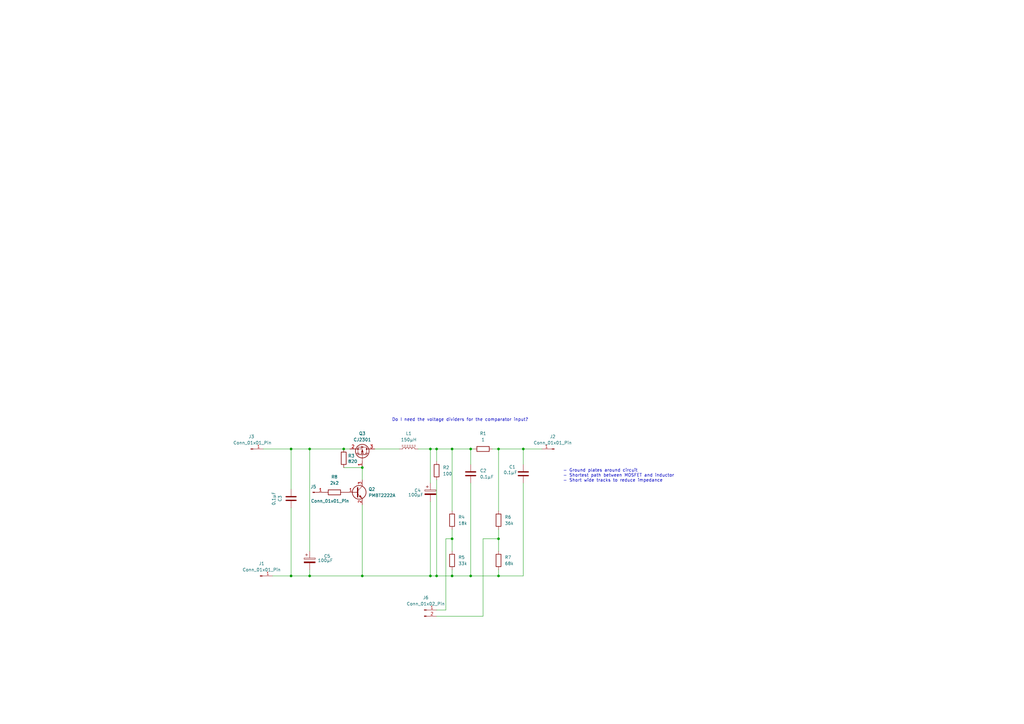
<source format=kicad_sch>
(kicad_sch (version 20231120) (generator "eeschema") (generator_version "8.0")
  (paper "A3")
  (lib_symbols
    (symbol "Connector:Conn_01x01_Pin" (pin_names (offset 1.016) hide)
      (property "Reference" "J" (at 0 2.54 0))
      (property "Value" "Conn_01x01_Pin" (at 0 -2.54 0))
      (symbol "Conn_01x01_Pin_1_1"
        (polyline (pts (xy 1.27 0) (xy 0.8636 0)) (stroke (width 0.1524)))
        (rectangle (start 0.8636 0.127) (end 0 -0.127) (stroke (width 0.1524)) (fill (type outline)))
        (pin passive line (at 5.08 0 180) (length 3.81) (name "Pin_1") (number "1"))
      )
    )
    (symbol "Connector:Conn_01x02_Pin" (pin_names (offset 1.016) hide)
      (property "Reference" "J" (at 0 2.54 0))
      (property "Value" "Conn_01x02_Pin" (at 0 -5.08 0))
      (symbol "Conn_01x02_Pin_1_1"
        (polyline (pts (xy 1.27 -2.54) (xy 0.8636 -2.54)) (stroke (width 0.1524)))
        (polyline (pts (xy 1.27 0) (xy 0.8636 0)) (stroke (width 0.1524)))
        (rectangle (start 0.8636 -2.413) (end 0 -2.667) (stroke (width 0.1524)) (fill (type outline)))
        (rectangle (start 0.8636 0.127) (end 0 -0.127) (stroke (width 0.1524)) (fill (type outline)))
        (pin passive line (at 5.08 0 180) (length 3.81) (name "Pin_1") (number "1"))
        (pin passive line (at 5.08 -2.54 180) (length 3.81) (name "Pin_2") (number "2"))
      )
    )
    (symbol "Device:C" (pin_numbers hide) (pin_names (offset 0.254))
      (property "Reference" "C" (at 0.635 2.54 0))
      (property "Value" "C" (at 0.635 -2.54 0))
      (symbol "C_0_1"
        (polyline (pts (xy -2.032 -0.762) (xy 2.032 -0.762)) (stroke (width 0.508)))
        (polyline (pts (xy -2.032 0.762) (xy 2.032 0.762)) (stroke (width 0.508)))
      )
      (symbol "C_1_1"
        (pin passive line (at 0 3.81 270) (length 2.794) (name "~") (number "1"))
        (pin passive line (at 0 -3.81 90) (length 2.794) (name "~") (number "2"))
      )
    )
    (symbol "Device:C_Polarized" (pin_numbers hide) (pin_names (offset 0.254))
      (property "Reference" "C" (at 0.635 2.54 0))
      (property "Value" "C_Polarized" (at 0.635 -2.54 0))
      (symbol "C_Polarized_0_1"
        (rectangle (start -2.286 0.508) (end 2.286 1.016))
        (polyline (pts (xy -1.778 2.286) (xy -0.762 2.286)))
        (polyline (pts (xy -1.27 2.794) (xy -1.27 1.778)))
        (rectangle (start 2.286 -0.508) (end -2.286 -1.016) (fill (type outline)))
      )
      (symbol "C_Polarized_1_1"
        (pin passive line (at 0 3.81 270) (length 2.794) (name "~") (number "1"))
        (pin passive line (at 0 -3.81 90) (length 2.794) (name "~") (number "2"))
      )
    )
    (symbol "Device:L_Ferrite" (pin_numbers hide) (pin_names (offset 1.016) hide)
      (property "Reference" "L" (at -1.27 0 90))
      (property "Value" "L_Ferrite" (at 2.794 0 90))
      (symbol "L_Ferrite_0_1"
        (arc (start 0 -2.54) (mid 0.6323 -1.905) (end 0 -1.27))
        (arc (start 0 -1.27) (mid 0.6323 -0.635) (end 0 0))
        (polyline (pts (xy 1.016 -2.794) (xy 1.016 -2.286)))
        (polyline (pts (xy 1.016 -1.778) (xy 1.016 -1.27)))
        (polyline (pts (xy 1.016 -0.762) (xy 1.016 -0.254)))
        (polyline (pts (xy 1.016 0.254) (xy 1.016 0.762)))
        (polyline (pts (xy 1.016 1.27) (xy 1.016 1.778)))
        (polyline (pts (xy 1.016 2.286) (xy 1.016 2.794)))
        (polyline (pts (xy 1.524 -2.286) (xy 1.524 -2.794)))
        (polyline (pts (xy 1.524 -1.27) (xy 1.524 -1.778)))
        (polyline (pts (xy 1.524 -0.254) (xy 1.524 -0.762)))
        (polyline (pts (xy 1.524 0.762) (xy 1.524 0.254)))
        (polyline (pts (xy 1.524 1.778) (xy 1.524 1.27)))
        (polyline (pts (xy 1.524 2.794) (xy 1.524 2.286)))
        (arc (start 0 0) (mid 0.6323 0.635) (end 0 1.27))
        (arc (start 0 1.27) (mid 0.6323 1.905) (end 0 2.54))
      )
      (symbol "L_Ferrite_1_1"
        (pin passive line (at 0 3.81 270) (length 1.27) (name "1") (number "1"))
        (pin passive line (at 0 -3.81 90) (length 1.27) (name "2") (number "2"))
      )
    )
    (symbol "Device:R" (pin_numbers hide) (pin_names (offset 0))
      (property "Reference" "R" (at 2.032 0 90))
      (property "Value" "R" (at 0 0 90))
      (symbol "R_0_1"
        (rectangle (start -1.016 -2.54) (end 1.016 2.54) (stroke (width 0.254)))
      )
      (symbol "R_1_1"
        (pin passive line (at 0 3.81 270) (length 1.27) (name "~") (number "1"))
        (pin passive line (at 0 -3.81 90) (length 1.27) (name "~") (number "2"))
      )
    )
    (symbol "Transistor_BJT:PMBT2222A" (pin_names (offset 0) hide)
      (property "Reference" "Q" (at 5.08 1.905 0))
      (property "Value" "PMBT2222A" (at 5.08 0 0))
      (symbol "PMBT2222A_0_1"
        (polyline (pts (xy 0.635 0.635) (xy 2.54 2.54)))
        (polyline (pts (xy 0.635 -0.635) (xy 2.54 -2.54) (xy 2.54 -2.54)))
        (polyline (pts (xy 0.635 1.905) (xy 0.635 -1.905) (xy 0.635 -1.905)) (stroke (width 0.508)))
        (polyline (pts (xy 1.27 -1.778) (xy 1.778 -1.27) (xy 2.286 -2.286) (xy 1.27 -1.778) (xy 1.27 -1.778)) (fill (type outline)))
        (circle (center 1.27 0) (radius 2.8194) (stroke (width 0.254)))
      )
      (symbol "PMBT2222A_1_1"
        (pin input line (at -5.08 0 0) (length 5.715) (name "B") (number "1"))
        (pin passive line (at 2.54 -5.08 90) (length 2.54) (name "E") (number "2"))
        (pin passive line (at 2.54 5.08 270) (length 2.54) (name "C") (number "3"))
      )
    )
    (symbol "Transistor_FET:IRF4905" (pin_names hide)
      (property "Reference" "Q3" (at 8.89 0 90))
      (property "Value" "CJ2301" (at 6.35 0 90))
      (symbol "IRF4905_0_1"
        (polyline (pts (xy 0.254 0) (xy -2.54 0)))
        (polyline (pts (xy 0.254 1.905) (xy 0.254 -1.905)) (stroke (width 0.254)))
        (polyline (pts (xy 0.762 -1.27) (xy 0.762 -2.286)) (stroke (width 0.254)))
        (polyline (pts (xy 0.762 0.508) (xy 0.762 -0.508)) (stroke (width 0.254)))
        (polyline (pts (xy 0.762 2.286) (xy 0.762 1.27)) (stroke (width 0.254)))
        (polyline (pts (xy 2.54 2.54) (xy 2.54 1.778)))
        (polyline (pts (xy 2.54 -2.54) (xy 2.54 0) (xy 0.762 0)))
        (polyline (pts (xy 0.762 1.778) (xy 3.302 1.778) (xy 3.302 -1.778) (xy 0.762 -1.778)))
        (polyline (pts (xy 2.286 0) (xy 1.27 0.381) (xy 1.27 -0.381) (xy 2.286 0)) (fill (type outline)))
        (polyline (pts (xy 2.794 -0.508) (xy 2.921 -0.381) (xy 3.683 -0.381) (xy 3.81 -0.254)))
        (polyline (pts (xy 3.302 -0.381) (xy 2.921 0.254) (xy 3.683 0.254) (xy 3.302 -0.381)))
        (circle (center 1.651 0) (radius 2.794) (stroke (width 0.254)))
        (circle (center 2.54 -1.778) (radius 0.254) (fill (type outline)))
        (circle (center 2.54 1.778) (radius 0.254) (fill (type outline)))
      )
      (symbol "IRF4905_1_1"
        (pin input line (at -5.08 0 0) (length 2.54) (name "G") (number "1"))
        (pin passive line (at 2.54 -5.08 90) (length 2.54) (name "S") (number "2"))
        (pin passive line (at 2.54 5.08 270) (length 2.54) (name "D") (number "3"))
      )
    )
  )
  (junction (at 185.42 236.22))
  (junction (at 179.07 184.15))
  (junction (at 140.97 184.15))
  (junction (at 176.53 236.22))
  (junction (at 148.59 236.22))
  (junction (at 193.04 184.15))
  (junction (at 148.59 191.77))
  (junction (at 119.38 184.15))
  (junction (at 204.47 236.22))
  (junction (at 127 236.22))
  (junction (at 214.63 184.15))
  (junction (at 204.47 184.15))
  (junction (at 185.42 184.15))
  (junction (at 119.38 236.22))
  (junction (at 179.07 236.22))
  (junction (at 193.04 236.22))
  (junction (at 185.42 220.98))
  (junction (at 204.47 220.98))
  (junction (at 176.53 184.15))
  (junction (at 127 184.15))
  (wire (pts (xy 182.88 250.19) (xy 182.88 220.98)))
  (wire (pts (xy 185.42 233.68) (xy 185.42 236.22)))
  (wire (pts (xy 204.47 233.68) (xy 204.47 236.22)))
  (wire (pts (xy 119.38 184.15) (xy 119.38 200.66)))
  (wire (pts (xy 171.45 184.15) (xy 176.53 184.15)))
  (wire (pts (xy 176.53 205.74) (xy 176.53 236.22)))
  (wire (pts (xy 148.59 191.77) (xy 148.59 196.85)))
  (wire (pts (xy 185.42 217.17) (xy 185.42 220.98)))
  (wire (pts (xy 214.63 236.22) (xy 204.47 236.22)))
  (wire (pts (xy 119.38 236.22) (xy 127 236.22)))
  (wire (pts (xy 176.53 184.15) (xy 179.07 184.15)))
  (wire (pts (xy 127 184.15) (xy 127 226.06)))
  (wire (pts (xy 204.47 220.98) (xy 204.47 226.06)))
  (wire (pts (xy 214.63 184.15) (xy 222.25 184.15)))
  (wire (pts (xy 204.47 220.98) (xy 198.12 220.98)))
  (wire (pts (xy 148.59 236.22) (xy 176.53 236.22)))
  (wire (pts (xy 214.63 184.15) (xy 214.63 190.5)))
  (wire (pts (xy 119.38 208.28) (xy 119.38 236.22)))
  (wire (pts (xy 193.04 198.12) (xy 193.04 236.22)))
  (wire (pts (xy 127 236.22) (xy 148.59 236.22)))
  (wire (pts (xy 176.53 184.15) (xy 176.53 198.12)))
  (wire (pts (xy 204.47 236.22) (xy 193.04 236.22)))
  (wire (pts (xy 185.42 184.15) (xy 185.42 209.55)))
  (wire (pts (xy 179.07 184.15) (xy 185.42 184.15)))
  (wire (pts (xy 185.42 184.15) (xy 193.04 184.15)))
  (wire (pts (xy 179.07 196.85) (xy 179.07 236.22)))
  (wire (pts (xy 140.97 191.77) (xy 148.59 191.77)))
  (wire (pts (xy 214.63 198.12) (xy 214.63 236.22)))
  (wire (pts (xy 179.07 250.19) (xy 182.88 250.19)))
  (wire (pts (xy 179.07 236.22) (xy 176.53 236.22)))
  (wire (pts (xy 148.59 207.01) (xy 148.59 236.22)))
  (wire (pts (xy 193.04 184.15) (xy 194.31 184.15)))
  (wire (pts (xy 185.42 236.22) (xy 179.07 236.22)))
  (wire (pts (xy 204.47 184.15) (xy 204.47 209.55)))
  (wire (pts (xy 182.88 220.98) (xy 185.42 220.98)))
  (wire (pts (xy 127 233.68) (xy 127 236.22)))
  (wire (pts (xy 204.47 184.15) (xy 214.63 184.15)))
  (wire (pts (xy 111.76 236.22) (xy 119.38 236.22)))
  (wire (pts (xy 193.04 184.15) (xy 193.04 190.5)))
  (wire (pts (xy 201.93 184.15) (xy 204.47 184.15)))
  (wire (pts (xy 204.47 217.17) (xy 204.47 220.98)))
  (wire (pts (xy 198.12 220.98) (xy 198.12 252.73)))
  (wire (pts (xy 185.42 220.98) (xy 185.42 226.06)))
  (wire (pts (xy 153.67 184.15) (xy 163.83 184.15)))
  (wire (pts (xy 119.38 184.15) (xy 127 184.15)))
  (wire (pts (xy 193.04 236.22) (xy 185.42 236.22)))
  (wire (pts (xy 140.97 184.15) (xy 143.51 184.15)))
  (wire (pts (xy 198.12 252.73) (xy 179.07 252.73)))
  (wire (pts (xy 107.95 184.15) (xy 119.38 184.15)))
  (wire (pts (xy 127 184.15) (xy 140.97 184.15)))
  (wire (pts (xy 179.07 184.15) (xy 179.07 189.23)))
  (text "- Ground plates around circuit\n- Shortest path between MOSFET and inductor\n- Short wide tracks to reduce impedance" (at 230.886 195.072 0) (effects (font (size 1.27 1.27)) (justify left)))
  (text "Do I need the voltage dividers for the comparator input?" (at 188.722 172.212 0) (effects (font (size 1.27 1.27))))
  (symbol (lib_id "Device:R") (at 185.42 229.87 0) (unit 1)
    (property "Reference" "R5" (at 187.96 228.5999 0) (effects (justify left)))
    (property "Value" "33k" (at 187.96 231.1399 0) (effects (justify left)))
    (property "Footprint" "Resistor_SMD:R_1206_3216Metric_Pad1.30x1.75mm_HandSolder" (effects (hide yes)))
    (property "Description" "Resistor" (effects (hide yes)))
  )
  (symbol (lib_id "Device:R") (at 204.47 213.36 0) (unit 1)
    (property "Reference" "R6" (at 207.01 212.0899 0) (effects (justify left)))
    (property "Value" "36k" (at 207.01 214.6299 0) (effects (justify left)))
    (property "Footprint" "Resistor_SMD:R_1206_3216Metric_Pad1.30x1.75mm_HandSolder" (effects (hide yes)))
    (property "Description" "Resistor" (effects (hide yes)))
  )
  (symbol (lib_id "Connector:Conn_01x01_Pin") (at 128.27 201.93 0) (unit 1)
    (property "Reference" "J5" (at 128.524 199.644 0))
    (property "Value" "Conn_01x01_Pin" (at 135.382 205.486 0))
    (property "Footprint" "Connector_PinHeader_2.54mm:PinHeader_1x01_P2.54mm_Vertical" (effects (hide yes)))
    (property "Description" "Generic connector, single row, 01x01, script generated" (effects (hide yes)))
  )
  (symbol (lib_id "Device:L_Ferrite") (at 167.64 184.15 90) (unit 1)
    (property "Reference" "L1" (at 167.64 177.8 90))
    (property "Value" "150µH" (at 167.64 180.34 90))
    (property "Footprint" "Inductor_THT:L_Axial_L11.0mm_D4.5mm_P15.24mm_Horizontal_Fastron_MECC" (effects (hide yes)))
    (property "Description" "Inductor with ferrite core" (effects (hide yes)))
  )
  (symbol (lib_id "Device:C") (at 119.38 204.47 180) (unit 1)
    (property "Reference" "C3" (at 114.808 204.47 90))
    (property "Value" "0.1µF" (at 112.268 204.47 90))
    (property "Footprint" "Capacitor_SMD:C_1206_3216Metric_Pad1.33x1.80mm_HandSolder" (effects (hide yes)))
    (property "Description" "Unpolarized capacitor" (effects (hide yes)))
  )
  (symbol (lib_id "Connector:Conn_01x01_Pin") (at 106.68 236.22 0) (unit 1)
    (property "Reference" "J1" (at 107.315 231.14 0))
    (property "Value" "Conn_01x01_Pin" (at 107.315 233.68 0))
    (property "Footprint" "Connector_PinHeader_2.54mm:PinHeader_1x01_P2.54mm_Vertical" (effects (hide yes)))
    (property "Description" "Generic connector, single row, 01x01, script generated" (effects (hide yes)))
  )
  (symbol (lib_id "Device:R") (at 140.97 187.96 0) (unit 1)
    (property "Reference" "R3" (at 142.748 186.944 0) (effects (justify left)))
    (property "Value" "820" (at 142.748 189.23 0) (effects (justify left)))
    (property "Footprint" "Resistor_SMD:R_1206_3216Metric_Pad1.30x1.75mm_HandSolder" (effects (hide yes)))
    (property "Description" "Resistor" (effects (hide yes)))
  )
  (symbol (lib_id "Device:R") (at 179.07 193.04 0) (unit 1)
    (property "Reference" "R2" (at 181.61 191.7699 0) (effects (justify left)))
    (property "Value" "100" (at 181.61 194.3099 0) (effects (justify left)))
    (property "Footprint" "Resistor_SMD:R_2512_6332Metric_Pad1.40x3.35mm_HandSolder" (effects (hide yes)))
    (property "Description" "Resistor" (effects (hide yes)))
  )
  (symbol (lib_id "Device:R") (at 198.12 184.15 90) (unit 1)
    (property "Reference" "R1" (at 198.12 177.8 90))
    (property "Value" "1" (at 198.12 180.34 90))
    (property "Footprint" "Resistor_SMD:R_1206_3216Metric_Pad1.30x1.75mm_HandSolder" (effects (hide yes)))
    (property "Description" "Resistor" (effects (hide yes)))
  )
  (symbol (lib_id "Device:C") (at 193.04 194.31 0) (unit 1)
    (property "Reference" "C2" (at 196.85 193.0399 0) (effects (justify left)))
    (property "Value" "0.1µF" (at 196.85 195.5799 0) (effects (justify left)))
    (property "Footprint" "Capacitor_SMD:C_1206_3216Metric_Pad1.33x1.80mm_HandSolder" (effects (hide yes)))
    (property "Description" "Unpolarized capacitor" (effects (hide yes)))
  )
  (symbol (lib_id "Device:C_Polarized") (at 176.53 201.93 0) (unit 1)
    (property "Reference" "C4" (at 169.926 201.168 0) (effects (justify left)))
    (property "Value" "100µF" (at 167.386 202.946 0) (effects (justify left)))
    (property "Footprint" "Capacitor_THT:CP_Radial_D10.0mm_P5.00mm" (effects (hide yes)))
    (property "Description" "Polarized capacitor" (effects (hide yes)))
  )
  (symbol (lib_id "Device:C") (at 214.63 194.31 0) (unit 1)
    (property "Reference" "C1" (at 208.788 191.516 0) (effects (justify left)))
    (property "Value" "0.1µF" (at 206.502 193.802 0) (effects (justify left)))
    (property "Footprint" "Capacitor_SMD:C_1206_3216Metric_Pad1.33x1.80mm_HandSolder" (effects (hide yes)))
    (property "Description" "Unpolarized capacitor" (effects (hide yes)))
  )
  (symbol (lib_id "Transistor_FET:IRF4905") (at 148.59 186.69 270) (mirror x) (unit 1)
    (property "Reference" "Q3" (at 148.59 177.8 90))
    (property "Value" "CJ2301" (at 148.59 180.34 90))
    (property "Footprint" "Package_TO_SOT_SMD:SOT-23" (effects (hide yes)))
    (property "Datasheet" "http://www.infineon.com/dgdl/irf4905.pdf?fileId=5546d462533600a4015355e32165197c" (effects (hide yes)))
    (property "Description" "-74A Id, -55V Vds, Single P-Channel HEXFET Power MOSFET, 20mOhm Ron, TO-220AB" (effects (hide yes)))
  )
  (symbol (lib_id "Connector:Conn_01x01_Pin") (at 102.87 184.15 0) (unit 1)
    (property "Reference" "J3" (at 103.124 179.07 0))
    (property "Value" "Conn_01x01_Pin" (at 103.505 181.61 0))
    (property "Footprint" "Connector_PinHeader_2.54mm:PinHeader_1x01_P2.54mm_Vertical" (effects (hide yes)))
    (property "Description" "Generic connector, single row, 01x01, script generated" (effects (hide yes)))
  )
  (symbol (lib_id "Device:C_Polarized") (at 127 229.87 0) (unit 1)
    (property "Reference" "C5" (at 132.842 228.092 0) (effects (justify left)))
    (property "Value" "100µF" (at 130.302 229.87 0) (effects (justify left)))
    (property "Footprint" "Capacitor_THT:CP_Radial_D10.0mm_P5.00mm" (effects (hide yes)))
    (property "Description" "Polarized capacitor" (effects (hide yes)))
  )
  (symbol (lib_id "Device:R") (at 185.42 213.36 0) (unit 1)
    (property "Reference" "R4" (at 187.96 212.0899 0) (effects (justify left)))
    (property "Value" "18k" (at 187.96 214.6299 0) (effects (justify left)))
    (property "Footprint" "Resistor_SMD:R_1206_3216Metric_Pad1.30x1.75mm_HandSolder" (effects (hide yes)))
    (property "Description" "Resistor" (effects (hide yes)))
  )
  (symbol (lib_id "Connector:Conn_01x01_Pin") (at 227.33 184.15 180) (unit 1)
    (property "Reference" "J2" (at 226.695 179.07 0))
    (property "Value" "Conn_01x01_Pin" (at 226.695 181.61 0))
    (property "Footprint" "Connector_PinHeader_2.54mm:PinHeader_1x01_P2.54mm_Vertical" (effects (hide yes)))
    (property "Description" "Generic connector, single row, 01x01, script generated" (effects (hide yes)))
  )
  (symbol (lib_id "Connector:Conn_01x02_Pin") (at 173.99 250.19 0) (unit 1)
    (property "Reference" "J6" (at 174.625 245.11 0))
    (property "Value" "Conn_01x02_Pin" (at 174.625 247.65 0))
    (property "Footprint" "Connector_PinHeader_2.54mm:PinHeader_1x02_P2.54mm_Vertical" (effects (hide yes)))
    (property "Description" "Generic connector, single row, 01x02, script generated" (effects (hide yes)))
  )
  (symbol (lib_id "Transistor_BJT:PMBT2222A") (at 146.05 201.93 0) (unit 1)
    (property "Reference" "Q2" (at 151.13 200.6599 0) (effects (justify left)))
    (property "Value" "PMBT2222A" (at 151.13 203.1999 0) (effects (justify left)))
    (property "Footprint" "Package_TO_SOT_SMD:SOT-23" (effects (hide yes)))
    (property "Datasheet" "https://assets.nexperia.com/documents/data-sheet/PMBT2222A.pdf" (effects (hide yes)))
    (property "Description" "600mA Ic, 40V Vce, NPN Transistor, SOT-23" (effects (hide yes)))
  )
  (symbol (lib_id "Device:R") (at 137.16 201.93 90) (unit 1)
    (property "Reference" "R8" (at 137.16 195.58 90))
    (property "Value" "2k2" (at 137.16 198.12 90))
    (property "Footprint" "Resistor_SMD:R_1206_3216Metric_Pad1.30x1.75mm_HandSolder" (effects (hide yes)))
    (property "Description" "Resistor" (effects (hide yes)))
  )
  (symbol (lib_id "Device:R") (at 204.47 229.87 0) (unit 1)
    (property "Reference" "R7" (at 207.01 228.5999 0) (effects (justify left)))
    (property "Value" "68k" (at 207.01 231.1399 0) (effects (justify left)))
    (property "Footprint" "Resistor_SMD:R_1206_3216Metric_Pad1.30x1.75mm_HandSolder" (effects (hide yes)))
    (property "Description" "Resistor" (effects (hide yes)))
  )
)
</source>
